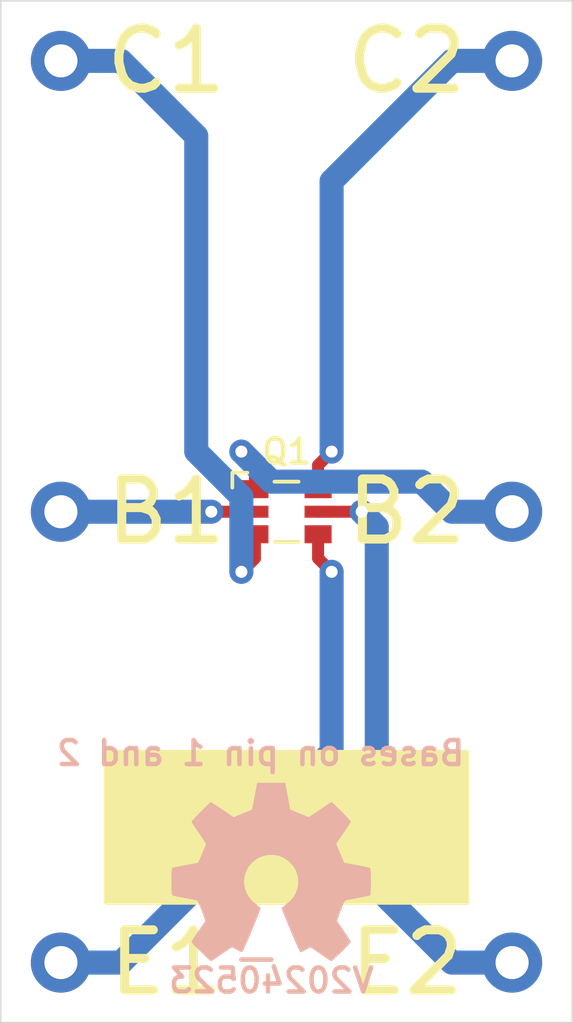
<source format=kicad_pcb>
(kicad_pcb (version 20221018) (generator pcbnew)
  (layers (0 "F.Cu" mixed) (31 "B.Cu" mixed) (34 "B.Paste" user) (35 "F.Paste" user) (36 "B.SilkS" user "B.Silkscreen") (37 "F.SilkS" user "F.Silkscreen") (38 "B.Mask" user) (39 "F.Mask" user) (44 "Edge.Cuts" user))
  (net 0 "")
  (net 1 "Net-(J1-Pin_1)")
  (net 2 "Net-(J2-Pin_1)")
  (net 3 "Net-(J3-Pin_1)")
  (net 4 "Net-(J4-Pin_1)")
  (net 5 "Net-(J5-Pin_1)")
  (net 6 "Net-(J6-Pin_1)")
  (footprint "mill-max:PC_pin_nail_head_6092" (layer "F.Cu") (at 142 63)
    (fp_text reference "J1")
    (fp_text value "C1" (at 3.5 0) (layer "F.SilkS") (effects (font (size 2 2) (thickness 0.3))))
    (pad "1" thru_hole circle locked (at 0 0) (size 2 2) (drill 1.1) (layers "*.Cu" "*.Mask") (net 1 "Net-(J1-Pin_1)"))
  )
  (footprint "mill-max:PC_pin_nail_head_6092" (layer "F.Cu") (at 142 78)
    (fp_text reference "J2")
    (fp_text value "B1" (at 3.5 0) (layer "F.SilkS") (effects (font (size 2 2) (thickness 0.3))))
    (pad "1" thru_hole circle locked (at 0 0) (size 2 2) (drill 1.1) (layers "*.Cu" "*.Mask") (net 2 "Net-(J2-Pin_1)"))
  )
  (footprint "mill-max:PC_pin_nail_head_6092" (layer "F.Cu") (at 142 93)
    (fp_text reference "J3")
    (fp_text value "E1" (at 3.5 0) (layer "F.SilkS") (effects (font (size 2 2) (thickness 0.3))))
    (pad "1" thru_hole circle locked (at 0 0) (size 2 2) (drill 1.1) (layers "*.Cu" "*.Mask") (net 3 "Net-(J3-Pin_1)"))
  )
  (footprint "mill-max:PC_pin_nail_head_6092" (layer "F.Cu") (at 157 78)
    (fp_text reference "J5")
    (fp_text value "B2" (at -3.5 0) (layer "F.SilkS") (effects (font (size 2 2) (thickness 0.3))))
    (pad "1" thru_hole circle locked (at 0 0) (size 2 2) (drill 1.1) (layers "*.Cu" "*.Mask") (net 5 "Net-(J5-Pin_1)"))
  )
  (footprint "mill-max:PC_pin_nail_head_6092" (layer "F.Cu") (at 157 63)
    (fp_text reference "J6")
    (fp_text value "C2" (at -3.5 0) (layer "F.SilkS") (effects (font (size 2 2) (thickness 0.3))))
    (pad "1" thru_hole circle locked (at 0 0) (size 2 2) (drill 1.1) (layers "*.Cu" "*.Mask") (net 6 "Net-(J6-Pin_1)"))
  )
  (footprint "mill-max:PC_pin_nail_head_6092" (layer "F.Cu") (at 157 93)
    (fp_text reference "J4")
    (fp_text value "E2" (at -3.5 0) (layer "F.SilkS") (effects (font (size 2 2) (thickness 0.3))))
    (pad "1" thru_hole circle locked (at 0 0) (size 2 2) (drill 1.1) (layers "*.Cu" "*.Mask") (net 4 "Net-(J4-Pin_1)"))
  )
  (footprint "SquantorIC:SOT363-NXP-hand" (layer "F.Cu") (at 149.5 78)
    (fp_text reference "Q1" (at 0 -2) (layer "F.SilkS") (effects (font (size 0.8 0.8))))
    (fp_text value "~")
    (fp_line (start -1.8 -1.3) (end -1.8 -0.8) (stroke (width 0.12)) (layer "F.SilkS"))
    (fp_line (start -1.8 -1.3) (end -1.3 -1.3) (stroke (width 0.12)) (layer "F.SilkS"))
    (fp_line (start -0.4 -1) (end 0.4 -1) (stroke (width 0.127)) (layer "F.SilkS"))
    (fp_line (start -0.4 1) (end 0.4 1) (stroke (width 0.127)) (layer "F.SilkS"))
    (pad "1" smd rect (at -1.05 -0.75 270) (size 0.6 0.9) (layers "F.Cu" "F.Paste" "F.Mask") (net 5 "Net-(J5-Pin_1)"))
    (pad "2" smd rect (at -1.05 0 270) (size 0.4 0.9) (layers "F.Cu" "F.Paste" "F.Mask") (net 2 "Net-(J2-Pin_1)"))
    (pad "3" smd rect (at -1.05 0.75 270) (size 0.6 0.9) (layers "F.Cu" "F.Paste" "F.Mask") (net 1 "Net-(J1-Pin_1)"))
    (pad "4" smd rect (at 1.05 0.75 270) (size 0.6 0.9) (layers "F.Cu" "F.Paste" "F.Mask") (net 3 "Net-(J3-Pin_1)"))
    (pad "5" smd rect (at 1.05 0 270) (size 0.4 0.9) (layers "F.Cu" "F.Paste" "F.Mask") (net 4 "Net-(J4-Pin_1)"))
    (pad "6" smd rect (at 1.05 -0.75 270) (size 0.6 0.9) (layers "F.Cu" "F.Paste" "F.Mask") (net 6 "Net-(J6-Pin_1)"))
  )
  (footprint "Symbol:OSHW-Symbol_6.7x6mm_SilkScreen" (layer "B.Cu") (at 149 90 180)
    (fp_text reference "N2" hide)
    (fp_text value "OHWLOGO" hide)
    (fp_poly (pts (xy 0.555814 2.531069) (xy 0.639635 2.086445) (xy 0.94892 1.958947) (xy 1.258206 1.831449) (xy 1.629246 2.083754) (xy 1.733157 2.154004) (xy 1.827087 2.216728) (xy 1.906652 2.269062) (xy 1.96747 2.308143) (xy 2.005157 2.331107) (xy 2.015421 2.336058) (xy 2.03391 2.323324) (xy 2.07342 2.288118) (xy 2.129522 2.234938) (xy 2.197787 2.168282) (xy 2.273786 2.092646) (xy 2.353092 2.012528) (xy 2.431275 1.932426) (xy 2.503907 1.856836) (xy 2.566559 1.790255) (xy 2.614803 1.737182) (xy 2.64421 1.702113) (xy 2.651241 1.690377) (xy 2.641123 1.66874) (xy 2.612759 1.621338) (xy 2.569129 1.552807) (xy 2.513218 1.467785) (xy 2.448006 1.370907) (xy 2.410219 1.31565) (xy 2.341343 1.214752) (xy 2.28014 1.123701) (xy 2.229578 1.04703) (xy 2.192628 0.989272) (xy 2.172258 0.954957) (xy 2.169197 0.947746) (xy 2.176136 0.927252) (xy 2.195051 0.879487) (xy 2.223087 0.811168) (xy 2.257391 0.729011) (xy 2.295109 0.63973) (xy 2.333387 0.550042) (xy 2.36937 0.466662) (xy 2.400206 0.396306) (xy 2.423039 0.34569) (xy 2.435017 0.321529) (xy 2.435724 0.320578) (xy 2.454531 0.315964) (xy 2.504618 0.305672) (xy 2.580793 0.290713) (xy 2.677865 0.272099) (xy 2.790643 0.250841) (xy 2.856442 0.238582) (xy 2.97695 0.215638) (xy 3.085797 0.193805) (xy 3.177476 0.174278) (xy 3.246481 0.158252) (xy 3.287304 0.146921) (xy 3.295511 0.143326) (xy 3.303548 0.118994) (xy 3.310033 0.064041) (xy 3.31497 -0.015108) (xy 3.318364 -0.112026) (xy 3.320218 -0.220287) (xy 3.320538 -0.333465) (xy 3.319327 -0.445135) (xy 3.31659 -0.548868) (xy 3.312331 -0.638241) (xy 3.306555 -0.706826) (xy 3.299267 -0.748197) (xy 3.294895 -0.75681) (xy 3.268764 -0.767133) (xy 3.213393 -0.781892) (xy 3.136107 -0.799352) (xy 3.04423 -0.81778) (xy 3.012158 -0.823741) (xy 2.857524 -0.852066) (xy 2.735375 -0.874876) (xy 2.641673 -0.89308) (xy 2.572384 -0.907583) (xy 2.523471 -0.919292) (xy 2.490897 -0.929115) (xy 2.470628 -0.937956) (xy 2.458626 -0.946724) (xy 2.456947 -0.948457) (xy 2.440184 -0.976371) (xy 2.414614 -1.030695) (xy 2.382788 -1.104777) (xy 2.34726 -1.191965) (xy 2.310583 -1.285608) (xy 2.275311 -1.379052) (xy 2.243996 -1.465647) (xy 2.219193 -1.53874) (xy 2.203454 -1.591678) (xy 2.199332 -1.617811) (xy 2.199676 -1.618726) (xy 2.213641 -1.640086) (xy 2.245322 -1.687084) (xy 2.291391 -1.754827) (xy 2.348518 -1.838423) (xy 2.413373 -1.932982) (xy 2.431843 -1.959854) (xy 2.497699 -2.057275) (xy 2.55565 -2.146163) (xy 2.602538 -2.221412) (xy 2.635207 -2.27792) (xy 2.6505 -2.310581) (xy 2.651241 -2.314593) (xy 2.638392 -2.335684) (xy 2.602888 -2.377464) (xy 2.549293 -2.435445) (xy 2.482171 -2.505135) (xy 2.406087 -2.582045) (xy 2.325604 -2.661683) (xy 2.245287 -2.739561) (xy 2.169699 -2.811186) (xy 2.103405 -2.87207) (xy 2.050969 -2.917721) (xy 2.016955 -2.94365) (xy 2.007545 -2.947883) (xy 1.985643 -2.937912) (xy 1.9408 -2.91102) (xy 1.880321 -2.871736) (xy 1.833789 -2.840117) (xy 1.749475 -2.782098) (xy 1.649626 -2.713784) (xy 1.549473 -2.645579) (xy 1.495627 -2.609075) (xy 1.313371 -2.4858) (xy 1.160381 -2.56852) (xy 1.090682 -2.604759) (xy 1.031414 -2.632926) (xy 0.991311 -2.648991) (xy 0.981103 -2.651226) (xy 0.968829 -2.634722) (xy 0.944613 -2.588082) (xy 0.910263 -2.515609) (xy 0.867588 -2.421606) (xy 0.818394 -2.310374) (xy 0.76449 -2.186215) (xy 0.707684 -2.053432) (xy 0.649782 -1.916327) (xy 0.592593 -1.779202) (xy 0.537924 -1.646358) (xy 0.487584 -1.522098) (xy 0.44338 -1.410725) (xy 0.407119 -1.316539) (xy 0.380609 -1.243844) (xy 0.365658 -1.196941) (xy 0.363254 -1.180833) (xy 0.382311 -1.160286) (xy 0.424036 -1.126933) (xy 0.479706 -1.087702) (xy 0.484378 -1.084599) (xy 0.628264 -0.969423) (xy 0.744283 -0.835053) (xy 0.83143 -0.685784) (xy 0.888699 -0.525913) (xy 0.915086 -0.359737) (xy 0.909585 -0.191552) (xy 0.87119 -0.025655) (xy 0.798895 0.133658) (xy 0.777626 0.168513) (xy 0.666996 0.309263) (xy 0.536302 0.422286) (xy 0.390064 0.506997) (xy 0.232808 0.562806) (xy 0.069057 0.589126) (xy -0.096667 0.58537) (xy -0.259838 0.55095) (xy -0.415935 0.485277) (xy -0.560433 0.387765) (xy -0.605131 0.348187) (xy -0.718888 0.224297) (xy -0.801782 0.093876) (xy -0.858644 -0.052315) (xy -0.890313 -0.197088) (xy -0.898131 -0.35986) (xy -0.872062 -0.52344) (xy -0.814755 -0.682298) (xy -0.728856 -0.830906) (xy -0.617014 -0.963735) (xy -0.481877 -1.075256) (xy -0.464117 -1.087011) (xy -0.40785 -1.125508) (xy -0.365077 -1.158863) (xy -0.344628 -1.18016) (xy -0.344331 -1.180833) (xy -0.348721 -1.203871) (xy -0.366124 -1.256157) (xy -0.394732 -1.33339) (xy -0.432735 -1.431268) (xy -0.478326 -1.545491) (xy -0.529697 -1.671758) (xy -0.585038 -1.805767) (xy -0.642542 -1.943218) (xy -0.700399 -2.079808) (xy -0.756802 -2.211237) (xy -0.809942 -2.333205) (xy -0.85801 -2.441409) (xy -0.899199 -2.531549) (xy -0.931699 -2.599323) (xy -0.953703 -2.64043) (xy -0.962564 -2.651226) (xy -0.98964 -2.642819) (xy -1.040303 -2.620272) (xy -1.105817 -2.587613) (xy -1.141841 -2.56852) (xy -1.294832 -2.4858) (xy -1.477088 -2.609075) (xy -1.570125 -2.672228) (xy -1.671985 -2.741727) (xy -1.767438 -2.807165) (xy -1.81525 -2.840117) (xy -1.882495 -2.885273) (xy -1.939436 -2.921057) (xy -1.978646 -2.942938) (xy -1.991381 -2.947563) (xy -2.009917 -2.935085) (xy -2.050941 -2.900252) (xy -2.110475 -2.846678) (xy -2.184542 -2.777983) (xy -2.269165 -2.697781) (xy -2.322685 -2.646286) (xy -2.416319 -2.554286) (xy -2.497241 -2.471999) (xy -2.562177 -2.402945) (xy -2.607858 -2.350644) (xy -2.631011 -2.318616) (xy -2.633232 -2.312116) (xy -2.622924 -2.287394) (xy -2.594439 -2.237405) (xy -2.550937 -2.167212) (xy -2.495577 -2.081875) (xy -2.43152 -1.986456) (xy -2.413303 -1.959854) (xy -2.346927 -1.863167) (xy -2.287378 -1.776117) (xy -2.237984 -1.703595) (xy -2.202075 -1.650493) (xy -2.182981 -1.621703) (xy -2.181136 -1.618726) (xy -2.183895 -1.595782) (xy -2.198538 -1.545336) (xy -2.222513 -1.474041) (xy -2.253266 -1.388547) (xy -2.288244 -1.295507) (xy -2.324893 -1.201574) (xy -2.360661 -1.113399) (xy -2.392994 -1.037634) (xy -2.419338 -0.980931) (xy -2.437142 -0.949943) (xy -2.438407 -0.948457) (xy -2.449294 -0.939601) (xy -2.467682 -0.930843) (xy -2.497606 -0.921277) (xy -2.543103 -0.909996) (xy -2.608209 -0.896093) (xy -2.696961 -0.878663) (xy -2.813393 -0.856798) (xy -2.961542 -0.829591) (xy -2.993618 -0.823741) (xy -3.088686 -0.805374) (xy -3.171565 -0.787405) (xy -3.23493 -0.771569) (xy -3.271458 -0.7596) (xy -3.276356 -0.75681) (xy -3.284427 -0.732072) (xy -3.290987 -0.67679) (xy -3.296033 -0.597389) (xy -3.299559 -0.500296) (xy -3.301561 -0.391938) (xy -3.302036 -0.27874) (xy -3.300977 -0.167128) (xy -3.298382 -0.063529) (xy -3.294246 0.025632) (xy -3.288563 0.093928) (xy -3.281331 0.134934) (xy -3.276971 0.143326) (xy -3.252698 0.151792) (xy -3.197426 0.165565) (xy -3.116662 0.18345) (xy -3.015912 0.204252) (xy -2.900683 0.226777) (xy -2.837902 0.238582) (xy -2.718787 0.260849) (xy -2.612565 0.281021) (xy -2.524427 0.298085) (xy -2.459566 0.311031) (xy -2.423174 0.318845) (xy -2.417184 0.320578) (xy -2.407061 0.34011) (xy -2.385662 0.387157) (xy -2.355839 0.454997) (xy -2.320445 0.536909) (xy -2.282332 0.626172) (xy -2.244353 0.716065) (xy -2.20936 0.799865) (xy -2.180206 0.870853) (xy -2.159743 0.922306) (xy -2.150823 0.947503) (xy -2.150657 0.948604) (xy -2.160769 0.968481) (xy -2.189117 1.014223) (xy -2.232723 1.081283) (xy -2.288606 1.165116) (xy -2.353787 1.261174) (xy -2.391679 1.31635) (xy -2.460725 1.417519) (xy -2.52205 1.50937) (xy -2.572663 1.587256) (xy -2.609571 1.646531) (xy -2.629782 1.682549) (xy -2.632701 1.690623) (xy -2.620153 1.709416) (xy -2.585463 1.749543) (xy -2.533063 1.806507) (xy -2.467384 1.875815) (xy -2.392856 1.952969) (xy -2.313913 2.033475) (xy -2.234983 2.112837) (xy -2.1605 2.18656) (xy -2.094894 2.250148) (xy -2.042596 2.299106) (xy -2.008039 2.328939) (xy -1.996478 2.336058) (xy -1.977654 2.326047) (xy -1.932631 2.297922) (xy -1.865787 2.254546) (xy -1.781499 2.198782) (xy -1.684144 2.133494) (xy -1.610707 2.083754) (xy -1.239667 1.831449) (xy -0.621095 2.086445) (xy -0.537275 2.531069) (xy -0.453454 2.975693) (xy 0.471994 2.975693) (xy 0.555814 2.531069)) (stroke (width 0.01)) (fill solid) (layer "B.SilkS"))
  )
  (footprint "SquantorLabels:Label_Generic" (layer "B.Cu") (at 148.5 93.5)
    (fp_text reference "N1" hide)
    (fp_text value "V20240523" (at 0.5 0.1) (layer "B.SilkS") (effects (font (size 0.8 0.8)) (justify mirror)))
    (fp_line (start -0.5 -0.6) (end 0.5 -0.6) (stroke (width 0.15)) (layer "B.SilkS"))
  )
  (gr_rect (start 143.5 86) (end 155.5 91) (stroke (width 0.15)) (fill solid) (layer "F.SilkS"))
  (gr_line (start 140 95) (end 159 95) (stroke (width 0.05)) (layer "Edge.Cuts"))
  (gr_line (start 159 61) (end 159 95) (stroke (width 0.05)) (layer "Edge.Cuts"))
  (gr_line (start 159 61) (end 140 61) (stroke (width 0.05)) (layer "Edge.Cuts"))
  (gr_line (start 140 95) (end 140 61) (stroke (width 0.05)) (layer "Edge.Cuts"))
  (gr_text "Bases on pin 1 and 2" (at 155.5 86.5) (layer "B.SilkS") (effects (font (size 0.8 0.8) (thickness 0.15) bold) (justify left bottom mirror)))
  (segment (start 148.45 78.75) (end 148.45 79.55) (width 0.4) (layer "F.Cu") (net 1))
  (segment (start 148.45 79.55) (end 148 80) (width 0.4) (layer "F.Cu") (net 1))
  (via (at 148 80) (size 0.8) (drill 0.4) (layers "F.Cu" "B.Cu") (net 1))
  (segment (start 144 63) (end 146.5 65.5) (width 0.8) (layer "B.Cu") (net 1))
  (segment (start 142 63) (end 144 63) (width 0.8) (layer "B.Cu") (net 1))
  (segment (start 146.5 76) (end 148 77.5) (width 0.8) (layer "B.Cu") (net 1))
  (segment (start 148 77.5) (end 148 80) (width 0.8) (layer "B.Cu") (net 1))
  (segment (start 146.5 65.5) (end 146.5 76) (width 0.8) (layer "B.Cu") (net 1))
  (segment (start 148.45 78) (end 147 78) (width 0.4) (layer "F.Cu") (net 2))
  (via (at 147 78) (size 0.8) (drill 0.4) (layers "F.Cu" "B.Cu") (net 2))
  (segment (start 142 78) (end 147 78) (width 0.8) (layer "B.Cu") (net 2))
  (segment (start 150.55 79.55) (end 151 80) (width 0.4) (layer "F.Cu") (net 3))
  (segment (start 150.55 78.75) (end 150.55 79.55) (width 0.4) (layer "F.Cu") (net 3))
  (via (at 151 80) (size 0.8) (drill 0.4) (layers "F.Cu" "B.Cu") (net 3))
  (segment (start 151 86) (end 151 80) (width 0.8) (layer "B.Cu") (net 3))
  (segment (start 142 93) (end 144 93) (width 0.8) (layer "B.Cu") (net 3))
  (segment (start 144 93) (end 151 86) (width 0.8) (layer "B.Cu") (net 3))
  (segment (start 150.55 78) (end 152 78) (width 0.4) (layer "F.Cu") (net 4))
  (via (at 152 78) (size 0.8) (drill 0.4) (layers "F.Cu" "B.Cu") (net 4))
  (segment (start 152.5 90.5) (end 152.5 78.5) (width 0.8) (layer "B.Cu") (net 4))
  (segment (start 152.5 78.5) (end 152 78) (width 0.8) (layer "B.Cu") (net 4))
  (segment (start 157 93) (end 155 93) (width 0.8) (layer "B.Cu") (net 4))
  (segment (start 155 93) (end 152.5 90.5) (width 0.8) (layer "B.Cu") (net 4))
  (segment (start 148.45 76.45) (end 148 76) (width 0.4) (layer "F.Cu") (net 5))
  (segment (start 148.45 77.25) (end 148.45 76.45) (width 0.4) (layer "F.Cu") (net 5))
  (via (at 148 76) (size 0.8) (drill 0.4) (layers "F.Cu" "B.Cu") (net 5))
  (segment (start 155 78) (end 154 77) (width 0.8) (layer "B.Cu") (net 5))
  (segment (start 157 78) (end 155 78) (width 0.8) (layer "B.Cu") (net 5))
  (segment (start 154 77) (end 149 77) (width 0.8) (layer "B.Cu") (net 5))
  (segment (start 149 77) (end 148 76) (width 0.8) (layer "B.Cu") (net 5))
  (segment (start 150.55 76.45) (end 151 76) (width 0.4) (layer "F.Cu") (net 6))
  (segment (start 150.55 77.25) (end 150.55 76.45) (width 0.4) (layer "F.Cu") (net 6))
  (via (at 151 76) (size 0.8) (drill 0.4) (layers "F.Cu" "B.Cu") (net 6))
  (segment (start 155 63) (end 151 67) (width 0.8) (layer "B.Cu") (net 6))
  (segment (start 157 63) (end 155 63) (width 0.8) (layer "B.Cu") (net 6))
  (segment (start 151 67) (end 151 76) (width 0.8) (layer "B.Cu") (net 6))
)
</source>
